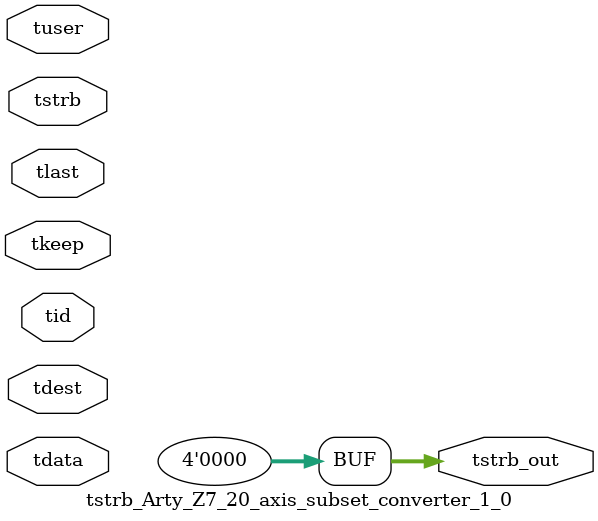
<source format=v>


`timescale 1ps/1ps

module tstrb_Arty_Z7_20_axis_subset_converter_1_0 #
(
parameter C_S_AXIS_TDATA_WIDTH = 32,
parameter C_S_AXIS_TUSER_WIDTH = 0,
parameter C_S_AXIS_TID_WIDTH   = 0,
parameter C_S_AXIS_TDEST_WIDTH = 0,
parameter C_M_AXIS_TDATA_WIDTH = 32
)
(
input  [(C_S_AXIS_TDATA_WIDTH == 0 ? 1 : C_S_AXIS_TDATA_WIDTH)-1:0     ] tdata,
input  [(C_S_AXIS_TUSER_WIDTH == 0 ? 1 : C_S_AXIS_TUSER_WIDTH)-1:0     ] tuser,
input  [(C_S_AXIS_TID_WIDTH   == 0 ? 1 : C_S_AXIS_TID_WIDTH)-1:0       ] tid,
input  [(C_S_AXIS_TDEST_WIDTH == 0 ? 1 : C_S_AXIS_TDEST_WIDTH)-1:0     ] tdest,
input  [(C_S_AXIS_TDATA_WIDTH/8)-1:0 ] tkeep,
input  [(C_S_AXIS_TDATA_WIDTH/8)-1:0 ] tstrb,
input                                                                    tlast,
output [(C_M_AXIS_TDATA_WIDTH/8)-1:0 ] tstrb_out
);

assign tstrb_out = {1'b0};

endmodule


</source>
